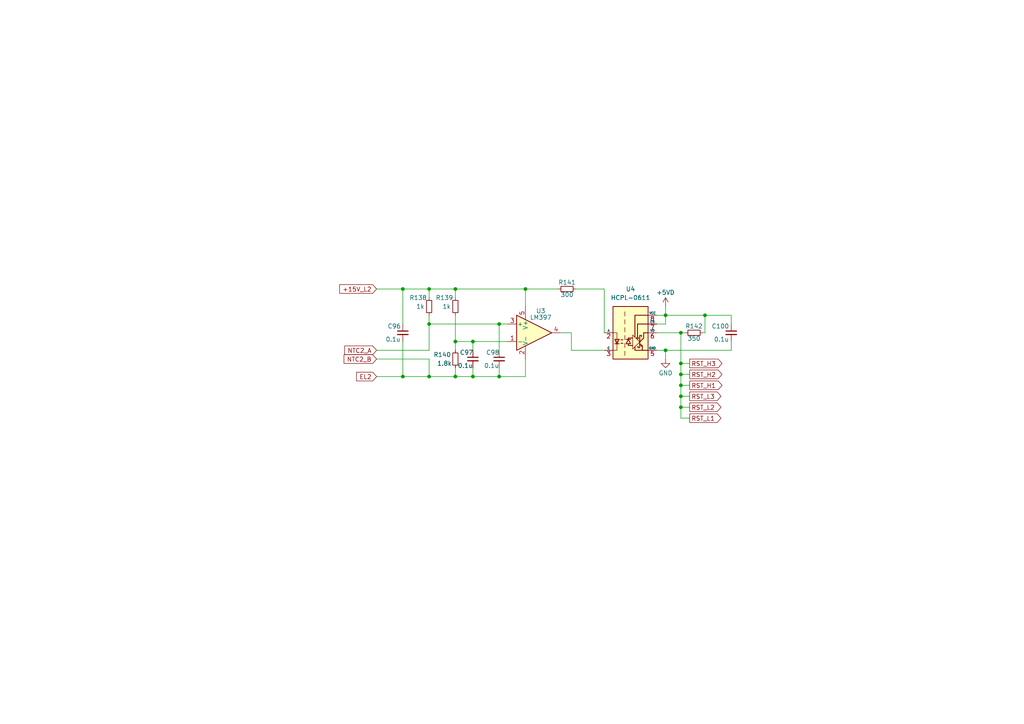
<source format=kicad_sch>
(kicad_sch (version 20211123) (generator eeschema)
  (paper "A4")
  (lib_symbols
    (symbol "Comparator:LM397" (pin_names (offset 0.127))
      (property "Reference" "U" (at 1.27 5.08 0))
      (property "Value" "LM397" (at 3.81 -5.08 0))
      (symbol "LM397_0_1"
        (polyline (pts (xy -5.08 5.08) (xy 5.08 0) (xy -5.08 -5.08) (xy -5.08 5.08)) (stroke (width 0.254)) (fill (type background)))
      )
      (symbol "LM397_1_1"
        (pin input line (at -7.62 -2.54 0) (length 2.54) (name "-") (number "1"))
        (pin power_in line (at -2.54 -7.62 90) (length 3.81) (name "V-") (number "2"))
        (pin input line (at -7.62 2.54 0) (length 2.54) (name "+") (number "3"))
        (pin open_collector line (at 7.62 0 180) (length 2.54) (name "~") (number "4"))
        (pin power_in line (at -2.54 7.62 270) (length 3.81) (name "V+") (number "5"))
      )
    )
    (symbol "Device:C_Small" (pin_numbers hide) (pin_names (offset 0.254) hide)
      (property "Reference" "C" (at 0.254 1.778 0))
      (property "Value" "C_Small" (at 0.254 -2.032 0))
      (symbol "C_Small_0_1"
        (polyline (pts (xy -1.524 -0.508) (xy 1.524 -0.508)) (stroke (width 0.3302)))
        (polyline (pts (xy -1.524 0.508) (xy 1.524 0.508)) (stroke (width 0.3048)))
      )
      (symbol "C_Small_1_1"
        (pin passive line (at 0 2.54 270) (length 2.032) (name "~") (number "1"))
        (pin passive line (at 0 -2.54 90) (length 2.032) (name "~") (number "2"))
      )
    )
    (symbol "Device:R_Small" (pin_numbers hide) (pin_names (offset 0.254) hide)
      (property "Reference" "R" (at 0.762 0.508 0))
      (property "Value" "R_Small" (at 0.762 -1.016 0))
      (symbol "R_Small_0_1"
        (rectangle (start -0.762 1.778) (end 0.762 -1.778) (stroke (width 0.2032)))
      )
      (symbol "R_Small_1_1"
        (pin passive line (at 0 2.54 270) (length 0.762) (name "~") (number "1"))
        (pin passive line (at 0 -2.54 90) (length 0.762) (name "~") (number "2"))
      )
    )
    (symbol "Isolator:HCPL-0611" (pin_names (offset 0))
      (property "Reference" "U" (at -4.064 8.89 0))
      (property "Value" "HCPL-0611" (at 0.254 -9.144 0))
      (symbol "HCPL-0611_0_1"
        (polyline (pts (xy 2.667 -3.556) (xy 2.667 -1.651)) (stroke (width 0.254)))
        (polyline (pts (xy 2.667 -2.159) (xy 2.667 -2.921)) (stroke (width 0.254)))
        (polyline (pts (xy 3.429 -3.937) (xy 3.429 -5.08)) (stroke (width 0.254)))
        (polyline (pts (xy -0.635 -3.302) (xy -0.635 -3.683) (xy 0.635 -3.683)) (stroke (width 0.254)))
        (polyline (pts (xy -0.635 -1.905) (xy -0.635 -1.524) (xy 0.508 -1.524)) (stroke (width 0.254)))
        (polyline (pts (xy 1.27 -4.064) (xy 1.27 -5.08) (xy 5.08 -5.08)) (stroke (width 0.254)))
        (polyline (pts (xy 1.27 -1.27) (xy 1.27 5.08) (xy 5.08 5.08)) (stroke (width 0.254)))
        (polyline (pts (xy 2.032 -1.27) (xy 2.032 2.54) (xy 5.08 2.54)) (stroke (width 0.254)))
        (polyline (pts (xy -5.08 -5.08) (xy -3.937 -5.08) (xy -3.937 0) (xy -5.08 0)))
        (polyline (pts (xy 2.667 -3.302) (xy 2.667 -4.318) (xy 2.159 -4.318) (xy 2.159 -3.937)) (stroke (width 0.254)))
        (polyline (pts (xy 2.667 -2.667) (xy 0.635 -4.699) (xy 0.635 -0.635) (xy 2.667 -2.667)))
        (polyline (pts (xy 2.667 -1.778) (xy 2.667 -0.762) (xy 3.175 -0.762) (xy 3.175 -1.143)) (stroke (width 0.254)))
        (polyline (pts (xy 2.794 -2.54) (xy 3.81 -1.524) (xy 3.81 0) (xy 5.08 0)) (stroke (width 0.254)))
        (polyline (pts (xy 2.667 -3.175) (xy 3.429 -3.937) (xy 3.302 -3.556) (xy 3.048 -3.81) (xy 3.429 -3.937)) (stroke (width 0.254)))
        (circle (center 2.032 -1.524) (radius 0.254) (stroke (width 0.254)))
      )
      (symbol "HCPL-0611_1_1"
        (rectangle (start -5.08 7.62) (end 5.08 -7.62) (stroke (width 0.254)) (fill (type background)))
        (polyline (pts (xy -4.572 -3.175) (xy -3.302 -3.175)) (stroke (width 0.254)))
        (polyline (pts (xy -1.651 -5.334) (xy -1.651 -6.604)))
        (polyline (pts (xy -1.651 -3.048) (xy -1.651 -4.318)))
        (polyline (pts (xy -1.651 -0.762) (xy -1.651 -2.032)))
        (polyline (pts (xy -1.651 1.524) (xy -1.651 0.254)))
        (polyline (pts (xy -1.651 3.81) (xy -1.651 2.54)))
        (polyline (pts (xy -1.651 6.096) (xy -1.651 4.826)))
        (polyline (pts (xy -1.27 -1.905) (xy 0 -1.905)) (stroke (width 0.254)))
        (polyline (pts (xy -3.937 -3.175) (xy -4.572 -1.905) (xy -3.302 -1.905) (xy -3.937 -3.175)) (stroke (width 0.254)))
        (polyline (pts (xy -0.635 -1.905) (xy -1.27 -3.175) (xy 0 -3.175) (xy -0.635 -1.905)) (stroke (width 0.254)))
        (polyline (pts (xy -2.921 -3.048) (xy -2.159 -3.048) (xy -2.54 -3.175) (xy -2.54 -2.921) (xy -2.159 -3.048)) (stroke (width 0.127)))
        (polyline (pts (xy -2.921 -2.032) (xy -2.159 -2.032) (xy -2.54 -2.159) (xy -2.54 -1.905) (xy -2.159 -2.032)) (stroke (width 0.127)))
        (pin no_connect line (at -5.08 5.08 0) (length 2.54) hide (name "NC") (number "1"))
        (pin passive line (at -7.62 0 0) (length 2.54) (name "A") (number "2"))
        (pin passive line (at -7.62 -5.08 0) (length 2.54) (name "C") (number "3"))
        (pin power_in line (at 7.62 -5.08 180) (length 2.54) (name "GND") (number "5"))
        (pin open_collector line (at 7.62 0 180) (length 2.54) (name "VO") (number "6"))
        (pin input line (at 7.62 2.54 180) (length 2.54) (name "EN") (number "7"))
        (pin power_in line (at 7.62 5.08 180) (length 2.54) (name "VCC") (number "8"))
      )
    )
    (symbol "power:+5VD" (power) (pin_names (offset 0))
      (property "Value" "+5VD" (at 0 3.556 0))
      (symbol "+5VD_0_1"
        (polyline (pts (xy -0.762 1.27) (xy 0 2.54)))
        (polyline (pts (xy 0 0) (xy 0 2.54)))
        (polyline (pts (xy 0 2.54) (xy 0.762 1.27)))
      )
      (symbol "+5VD_1_1"
        (pin power_in line (at 0 0 90) (length 0) hide (name "+5VD") (number "1"))
      )
    )
    (symbol "power:GND" (power) (pin_names (offset 0))
      (property "Value" "GND" (at 0 -3.81 0))
      (symbol "GND_0_1"
        (polyline (pts (xy 0 0) (xy 0 -1.27) (xy 1.27 -1.27) (xy 0 -2.54) (xy -1.27 -1.27) (xy 0 -1.27)))
      )
      (symbol "GND_1_1"
        (pin power_in line (at 0 0 270) (length 0) hide (name "GND") (number "1"))
      )
    )
  )
  (junction (at 197.485 114.935))
  (junction (at 137.16 99.06))
  (junction (at 132.08 109.22))
  (junction (at 116.84 83.82))
  (junction (at 193.04 101.6))
  (junction (at 132.08 99.06))
  (junction (at 152.4 83.82))
  (junction (at 124.46 109.22))
  (junction (at 197.485 105.41))
  (junction (at 197.485 118.11))
  (junction (at 124.46 83.82))
  (junction (at 193.04 91.44))
  (junction (at 124.46 93.98))
  (junction (at 137.16 109.22))
  (junction (at 116.84 109.22))
  (junction (at 204.47 91.44))
  (junction (at 197.485 108.585))
  (junction (at 132.08 83.82))
  (junction (at 197.485 111.76))
  (junction (at 144.78 109.22))
  (junction (at 144.78 93.98))
  (junction (at 197.485 96.52))
  (wire (pts (xy 144.78 93.98) (xy 144.78 101.6)))
  (wire (pts (xy 152.4 109.22) (xy 152.4 104.14)))
  (wire (pts (xy 137.16 106.68) (xy 137.16 109.22)))
  (wire (pts (xy 197.485 118.11) (xy 197.485 121.285)))
  (wire (pts (xy 190.5 101.6) (xy 193.04 101.6)))
  (wire (pts (xy 197.485 96.52) (xy 198.755 96.52)))
  (wire (pts (xy 212.09 101.6) (xy 212.09 99.06)))
  (wire (pts (xy 193.04 101.6) (xy 193.04 104.14)))
  (wire (pts (xy 137.16 99.06) (xy 147.32 99.06)))
  (wire (pts (xy 212.09 91.44) (xy 212.09 93.98)))
  (wire (pts (xy 116.84 109.22) (xy 124.46 109.22)))
  (wire (pts (xy 144.78 93.98) (xy 147.32 93.98)))
  (wire (pts (xy 152.4 83.82) (xy 161.925 83.82)))
  (wire (pts (xy 200.025 111.76) (xy 197.485 111.76)))
  (wire (pts (xy 152.4 83.82) (xy 152.4 88.9)))
  (wire (pts (xy 197.485 96.52) (xy 197.485 105.41)))
  (wire (pts (xy 144.78 109.22) (xy 152.4 109.22)))
  (wire (pts (xy 132.08 99.06) (xy 132.08 101.6)))
  (wire (pts (xy 165.735 101.6) (xy 175.26 101.6)))
  (wire (pts (xy 193.04 91.44) (xy 204.47 91.44)))
  (wire (pts (xy 124.46 83.82) (xy 124.46 86.36)))
  (wire (pts (xy 132.08 106.68) (xy 132.08 109.22)))
  (wire (pts (xy 109.22 109.22) (xy 116.84 109.22)))
  (wire (pts (xy 203.835 96.52) (xy 204.47 96.52)))
  (wire (pts (xy 124.46 93.98) (xy 144.78 93.98)))
  (wire (pts (xy 204.47 91.44) (xy 212.09 91.44)))
  (wire (pts (xy 124.46 91.44) (xy 124.46 93.98)))
  (wire (pts (xy 175.26 96.52) (xy 175.26 83.82)))
  (wire (pts (xy 197.485 121.285) (xy 200.025 121.285)))
  (wire (pts (xy 124.46 93.98) (xy 124.46 101.6)))
  (wire (pts (xy 144.78 109.22) (xy 137.16 109.22)))
  (wire (pts (xy 193.04 101.6) (xy 212.09 101.6)))
  (wire (pts (xy 193.04 93.98) (xy 193.04 91.44)))
  (wire (pts (xy 197.485 105.41) (xy 200.025 105.41)))
  (wire (pts (xy 190.5 91.44) (xy 193.04 91.44)))
  (wire (pts (xy 109.22 83.82) (xy 116.84 83.82)))
  (wire (pts (xy 197.485 111.76) (xy 197.485 114.935)))
  (wire (pts (xy 137.16 109.22) (xy 132.08 109.22)))
  (wire (pts (xy 197.485 111.76) (xy 197.485 108.585)))
  (wire (pts (xy 197.485 118.11) (xy 200.025 118.11)))
  (wire (pts (xy 109.22 104.14) (xy 124.46 104.14)))
  (wire (pts (xy 190.5 93.98) (xy 193.04 93.98)))
  (wire (pts (xy 165.735 96.52) (xy 165.735 101.6)))
  (wire (pts (xy 132.08 83.82) (xy 152.4 83.82)))
  (wire (pts (xy 197.485 108.585) (xy 197.485 105.41)))
  (wire (pts (xy 193.04 91.44) (xy 193.04 88.9)))
  (wire (pts (xy 197.485 114.935) (xy 197.485 118.11)))
  (wire (pts (xy 167.005 83.82) (xy 175.26 83.82)))
  (wire (pts (xy 116.84 99.06) (xy 116.84 109.22)))
  (wire (pts (xy 124.46 104.14) (xy 124.46 109.22)))
  (wire (pts (xy 132.08 99.06) (xy 137.16 99.06)))
  (wire (pts (xy 109.22 101.6) (xy 124.46 101.6)))
  (wire (pts (xy 190.5 96.52) (xy 197.485 96.52)))
  (wire (pts (xy 132.08 86.36) (xy 132.08 83.82)))
  (wire (pts (xy 162.56 96.52) (xy 165.735 96.52)))
  (wire (pts (xy 137.16 99.06) (xy 137.16 101.6)))
  (wire (pts (xy 124.46 83.82) (xy 132.08 83.82)))
  (wire (pts (xy 124.46 109.22) (xy 132.08 109.22)))
  (wire (pts (xy 132.08 91.44) (xy 132.08 99.06)))
  (wire (pts (xy 200.025 108.585) (xy 197.485 108.585)))
  (wire (pts (xy 204.47 96.52) (xy 204.47 91.44)))
  (wire (pts (xy 197.485 114.935) (xy 200.025 114.935)))
  (wire (pts (xy 144.78 106.68) (xy 144.78 109.22)))
  (wire (pts (xy 116.84 83.82) (xy 124.46 83.82)))
  (wire (pts (xy 116.84 83.82) (xy 116.84 93.98)))
  (global_label "RST_H3" (shape output) (at 200.025 105.41 0) (property "Intersheet References" "${INTERSHEET_REFS}" (effects hide)))
  (global_label "RST_L3" (shape output) (at 200.025 114.935 0) (property "Intersheet References" "${INTERSHEET_REFS}" (effects hide)))
  (global_label "NTC2_A" (shape input) (at 109.22 101.6 180) (property "Intersheet References" "${INTERSHEET_REFS}" (effects hide)))
  (global_label "EL2" (shape input) (at 109.22 109.22 180) (property "Intersheet References" "${INTERSHEET_REFS}" (effects hide)))
  (global_label "RST_L1" (shape output) (at 200.025 121.285 0) (property "Intersheet References" "${INTERSHEET_REFS}" (effects hide)))
  (global_label "RST_H2" (shape output) (at 200.025 108.585 0) (property "Intersheet References" "${INTERSHEET_REFS}" (effects hide)))
  (global_label "RST_H1" (shape output) (at 200.025 111.76 0) (property "Intersheet References" "${INTERSHEET_REFS}" (effects hide)))
  (global_label "RST_L2" (shape output) (at 200.025 118.11 0) (property "Intersheet References" "${INTERSHEET_REFS}" (effects hide)))
  (global_label "NTC2_B" (shape input) (at 109.22 104.14 180) (property "Intersheet References" "${INTERSHEET_REFS}" (effects hide)))
  (global_label "+15V_L2" (shape input) (at 109.22 83.82 180) (property "Intersheet References" "${INTERSHEET_REFS}" (effects hide)))
  (symbol (lib_id "Device:C_Small") (at 116.84 96.52 0) (unit 1)
    (property "Reference" "C96" (at 112.395 94.615 0) (effects (justify left)))
    (property "Value" "0.1u" (at 116.205 98.425 0) (effects (justify right)))
    (property "Footprint" "Capacitor_SMD:C_0805_2012Metric_Pad1.18x1.45mm_HandSolder" (effects hide))
  )
  (symbol (lib_id "Device:R_Small") (at 201.295 96.52 270) (unit 1)
    (property "Reference" "R142" (at 201.295 94.615 90))
    (property "Value" "350" (at 201.295 98.171 90))
    (property "Footprint" "Resistor_SMD:R_0805_2012Metric_Pad1.20x1.40mm_HandSolder" (effects hide))
  )
  (symbol (lib_id "Isolator:HCPL-0611") (at 182.88 96.52 0) (unit 1)
    (property "Reference" "U4" (at 182.88 83.82 0))
    (property "Value" "HCPL-0611" (at 182.88 86.36 0))
    (property "Footprint" "Package_SO:SOIC-8_3.9x4.9mm_P1.27mm" (effects hide))
    (property "Datasheet" "https://docs.broadcom.com/docs/AV02-0940EN" (effects hide))
  )
  (symbol (lib_id "Device:R_Small") (at 124.46 88.9 180) (unit 1)
    (property "Reference" "R138" (at 121.285 86.36 0))
    (property "Value" "1k" (at 121.92 88.9 0))
    (property "Footprint" "Resistor_SMD:R_0805_2012Metric_Pad1.20x1.40mm_HandSolder" (effects hide))
  )
  (symbol (lib_id "Device:R_Small") (at 132.08 104.14 180) (unit 1)
    (property "Reference" "R140" (at 128.27 102.87 0))
    (property "Value" "1.8k" (at 128.905 105.41 0))
    (property "Footprint" "Resistor_SMD:R_0805_2012Metric_Pad1.20x1.40mm_HandSolder" (effects hide))
  )
  (symbol (lib_id "Device:C_Small") (at 137.16 104.14 0) (unit 1)
    (property "Reference" "C97" (at 133.35 102.235 0) (effects (justify left)))
    (property "Value" "0.1u" (at 137.16 106.045 0) (effects (justify right)))
    (property "Footprint" "Capacitor_SMD:C_0805_2012Metric_Pad1.18x1.45mm_HandSolder" (effects hide))
  )
  (symbol (lib_id "power:GND") (at 193.04 104.14 0) (unit 1)
    (property "Reference" "#PWR077" (effects hide))
    (property "Value" "GND" (at 191.008 108.204 0) (effects (justify left)))
  )
  (symbol (lib_id "Comparator:LM397") (at 154.94 96.52 0) (unit 1)
    (property "Reference" "U3" (at 156.845 90.17 0))
    (property "Value" "LM397" (at 156.845 92.075 0))
    (property "Footprint" "Package_TO_SOT_SMD:SOT-23-5" (effects hide))
    (property "Datasheet" "http://www.ti.com/lit/ds/symlink/lm397.pdf" (effects hide))
  )
  (symbol (lib_id "Device:C_Small") (at 144.78 104.14 0) (unit 1)
    (property "Reference" "C98" (at 140.97 102.235 0) (effects (justify left)))
    (property "Value" "0.1u" (at 144.78 106.045 0) (effects (justify right)))
    (property "Footprint" "Capacitor_SMD:C_0805_2012Metric_Pad1.18x1.45mm_HandSolder" (effects hide))
  )
  (symbol (lib_id "Device:R_Small") (at 132.08 88.9 180) (unit 1)
    (property "Reference" "R139" (at 128.905 86.36 0))
    (property "Value" "1k" (at 129.54 88.9 0))
    (property "Footprint" "Resistor_SMD:R_0805_2012Metric_Pad1.20x1.40mm_HandSolder" (effects hide))
  )
  (symbol (lib_id "power:+5VD") (at 193.04 88.9 0) (unit 1)
    (property "Reference" "#PWR076" (effects hide))
    (property "Value" "+5VD" (at 193.04 84.836 0))
  )
  (symbol (lib_id "Device:R_Small") (at 164.465 83.82 270) (unit 1)
    (property "Reference" "R141" (at 164.465 81.915 90))
    (property "Value" "300" (at 164.465 85.471 90))
    (property "Footprint" "Resistor_SMD:R_0805_2012Metric_Pad1.20x1.40mm_HandSolder" (effects hide))
  )
  (symbol (lib_id "Device:C_Small") (at 212.09 96.52 0) (unit 1)
    (property "Reference" "C100" (at 206.375 94.615 0) (effects (justify left)))
    (property "Value" "0.1u" (at 211.455 98.425 0) (effects (justify right)))
    (property "Footprint" "Capacitor_SMD:C_0805_2012Metric_Pad1.18x1.45mm_HandSolder" (effects hide))
  )
)
</source>
